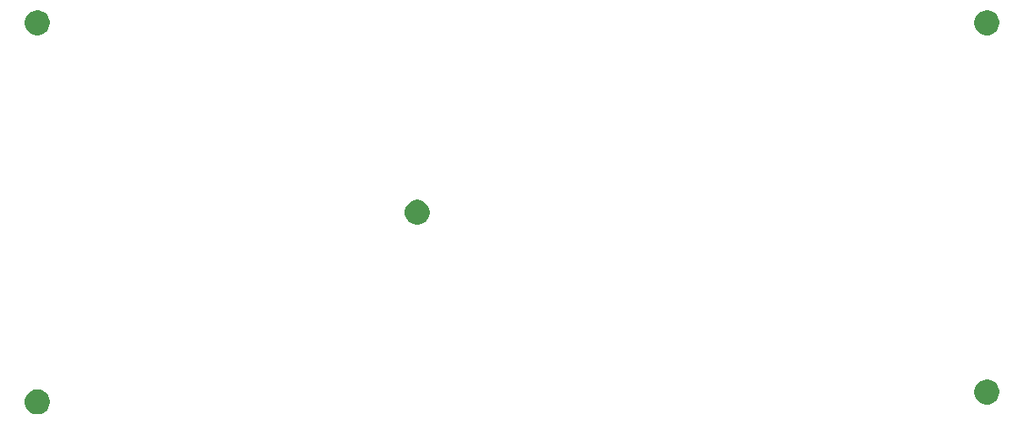
<source format=gts>
G04 #@! TF.GenerationSoftware,KiCad,Pcbnew,(5.1.5)-3*
G04 #@! TF.CreationDate,2020-05-19T11:01:32+09:00*
G04 #@! TF.ProjectId,7x4x2-bot,37783478-322d-4626-9f74-2e6b69636164,rev?*
G04 #@! TF.SameCoordinates,PX2faf080PY2faf080*
G04 #@! TF.FileFunction,Soldermask,Top*
G04 #@! TF.FilePolarity,Negative*
%FSLAX46Y46*%
G04 Gerber Fmt 4.6, Leading zero omitted, Abs format (unit mm)*
G04 Created by KiCad (PCBNEW (5.1.5)-3) date 2020-05-19 11:01:32*
%MOMM*%
%LPD*%
G04 APERTURE LIST*
%ADD10C,0.100000*%
G04 APERTURE END LIST*
D10*
G36*
X21765611Y-81653557D02*
G01*
X21955970Y-81732407D01*
X21993098Y-81747786D01*
X22197829Y-81884583D01*
X22371939Y-82058693D01*
X22479809Y-82220131D01*
X22508737Y-82263426D01*
X22602965Y-82490911D01*
X22651001Y-82732405D01*
X22651001Y-82978637D01*
X22602965Y-83220131D01*
X22508737Y-83447616D01*
X22508736Y-83447618D01*
X22371939Y-83652349D01*
X22197829Y-83826459D01*
X21993098Y-83963256D01*
X21993097Y-83963257D01*
X21993096Y-83963257D01*
X21765611Y-84057485D01*
X21524117Y-84105521D01*
X21277885Y-84105521D01*
X21036391Y-84057485D01*
X20808906Y-83963257D01*
X20808905Y-83963257D01*
X20808904Y-83963256D01*
X20604173Y-83826459D01*
X20430063Y-83652349D01*
X20293266Y-83447618D01*
X20293265Y-83447616D01*
X20199037Y-83220131D01*
X20151001Y-82978637D01*
X20151001Y-82732405D01*
X20199037Y-82490911D01*
X20293265Y-82263426D01*
X20322194Y-82220131D01*
X20430063Y-82058693D01*
X20604173Y-81884583D01*
X20808904Y-81747786D01*
X20846032Y-81732407D01*
X21036391Y-81653557D01*
X21277885Y-81605521D01*
X21524117Y-81605521D01*
X21765611Y-81653557D01*
G37*
G36*
X116765611Y-80653557D02*
G01*
X116993096Y-80747785D01*
X116993098Y-80747786D01*
X117197829Y-80884583D01*
X117371939Y-81058693D01*
X117508737Y-81263426D01*
X117602965Y-81490911D01*
X117651001Y-81732405D01*
X117651001Y-81978637D01*
X117602965Y-82220131D01*
X117508737Y-82447616D01*
X117508736Y-82447618D01*
X117371939Y-82652349D01*
X117197829Y-82826459D01*
X116993098Y-82963256D01*
X116993097Y-82963257D01*
X116993096Y-82963257D01*
X116765611Y-83057485D01*
X116524117Y-83105521D01*
X116277885Y-83105521D01*
X116036391Y-83057485D01*
X115808906Y-82963257D01*
X115808905Y-82963257D01*
X115808904Y-82963256D01*
X115604173Y-82826459D01*
X115430063Y-82652349D01*
X115293266Y-82447618D01*
X115293265Y-82447616D01*
X115199037Y-82220131D01*
X115151001Y-81978637D01*
X115151001Y-81732405D01*
X115199037Y-81490911D01*
X115293265Y-81263426D01*
X115430063Y-81058693D01*
X115604173Y-80884583D01*
X115808904Y-80747786D01*
X115808906Y-80747785D01*
X116036391Y-80653557D01*
X116277885Y-80605521D01*
X116524117Y-80605521D01*
X116765611Y-80653557D01*
G37*
G36*
X59765611Y-62653557D02*
G01*
X59993096Y-62747785D01*
X59993098Y-62747786D01*
X60197829Y-62884583D01*
X60371939Y-63058693D01*
X60508737Y-63263426D01*
X60602965Y-63490911D01*
X60651001Y-63732405D01*
X60651001Y-63978637D01*
X60602965Y-64220131D01*
X60508737Y-64447616D01*
X60508736Y-64447618D01*
X60371939Y-64652349D01*
X60197829Y-64826459D01*
X59993098Y-64963256D01*
X59993097Y-64963257D01*
X59993096Y-64963257D01*
X59765611Y-65057485D01*
X59524117Y-65105521D01*
X59277885Y-65105521D01*
X59036391Y-65057485D01*
X58808906Y-64963257D01*
X58808905Y-64963257D01*
X58808904Y-64963256D01*
X58604173Y-64826459D01*
X58430063Y-64652349D01*
X58293266Y-64447618D01*
X58293265Y-64447616D01*
X58199037Y-64220131D01*
X58151001Y-63978637D01*
X58151001Y-63732405D01*
X58199037Y-63490911D01*
X58293265Y-63263426D01*
X58430063Y-63058693D01*
X58604173Y-62884583D01*
X58808904Y-62747786D01*
X58808906Y-62747785D01*
X59036391Y-62653557D01*
X59277885Y-62605521D01*
X59524117Y-62605521D01*
X59765611Y-62653557D01*
G37*
G36*
X116765611Y-43653557D02*
G01*
X116993096Y-43747785D01*
X116993098Y-43747786D01*
X117197829Y-43884583D01*
X117371939Y-44058693D01*
X117508737Y-44263426D01*
X117602965Y-44490911D01*
X117651001Y-44732405D01*
X117651001Y-44978637D01*
X117602965Y-45220131D01*
X117508737Y-45447616D01*
X117508736Y-45447618D01*
X117371939Y-45652349D01*
X117197829Y-45826459D01*
X116993098Y-45963256D01*
X116993097Y-45963257D01*
X116993096Y-45963257D01*
X116765611Y-46057485D01*
X116524117Y-46105521D01*
X116277885Y-46105521D01*
X116036391Y-46057485D01*
X115808906Y-45963257D01*
X115808905Y-45963257D01*
X115808904Y-45963256D01*
X115604173Y-45826459D01*
X115430063Y-45652349D01*
X115293266Y-45447618D01*
X115293265Y-45447616D01*
X115199037Y-45220131D01*
X115151001Y-44978637D01*
X115151001Y-44732405D01*
X115199037Y-44490911D01*
X115293265Y-44263426D01*
X115430063Y-44058693D01*
X115604173Y-43884583D01*
X115808904Y-43747786D01*
X115808906Y-43747785D01*
X116036391Y-43653557D01*
X116277885Y-43605521D01*
X116524117Y-43605521D01*
X116765611Y-43653557D01*
G37*
G36*
X21765611Y-43653557D02*
G01*
X21993096Y-43747785D01*
X21993098Y-43747786D01*
X22197829Y-43884583D01*
X22371939Y-44058693D01*
X22508737Y-44263426D01*
X22602965Y-44490911D01*
X22651001Y-44732405D01*
X22651001Y-44978637D01*
X22602965Y-45220131D01*
X22508737Y-45447616D01*
X22508736Y-45447618D01*
X22371939Y-45652349D01*
X22197829Y-45826459D01*
X21993098Y-45963256D01*
X21993097Y-45963257D01*
X21993096Y-45963257D01*
X21765611Y-46057485D01*
X21524117Y-46105521D01*
X21277885Y-46105521D01*
X21036391Y-46057485D01*
X20808906Y-45963257D01*
X20808905Y-45963257D01*
X20808904Y-45963256D01*
X20604173Y-45826459D01*
X20430063Y-45652349D01*
X20293266Y-45447618D01*
X20293265Y-45447616D01*
X20199037Y-45220131D01*
X20151001Y-44978637D01*
X20151001Y-44732405D01*
X20199037Y-44490911D01*
X20293265Y-44263426D01*
X20430063Y-44058693D01*
X20604173Y-43884583D01*
X20808904Y-43747786D01*
X20808906Y-43747785D01*
X21036391Y-43653557D01*
X21277885Y-43605521D01*
X21524117Y-43605521D01*
X21765611Y-43653557D01*
G37*
M02*

</source>
